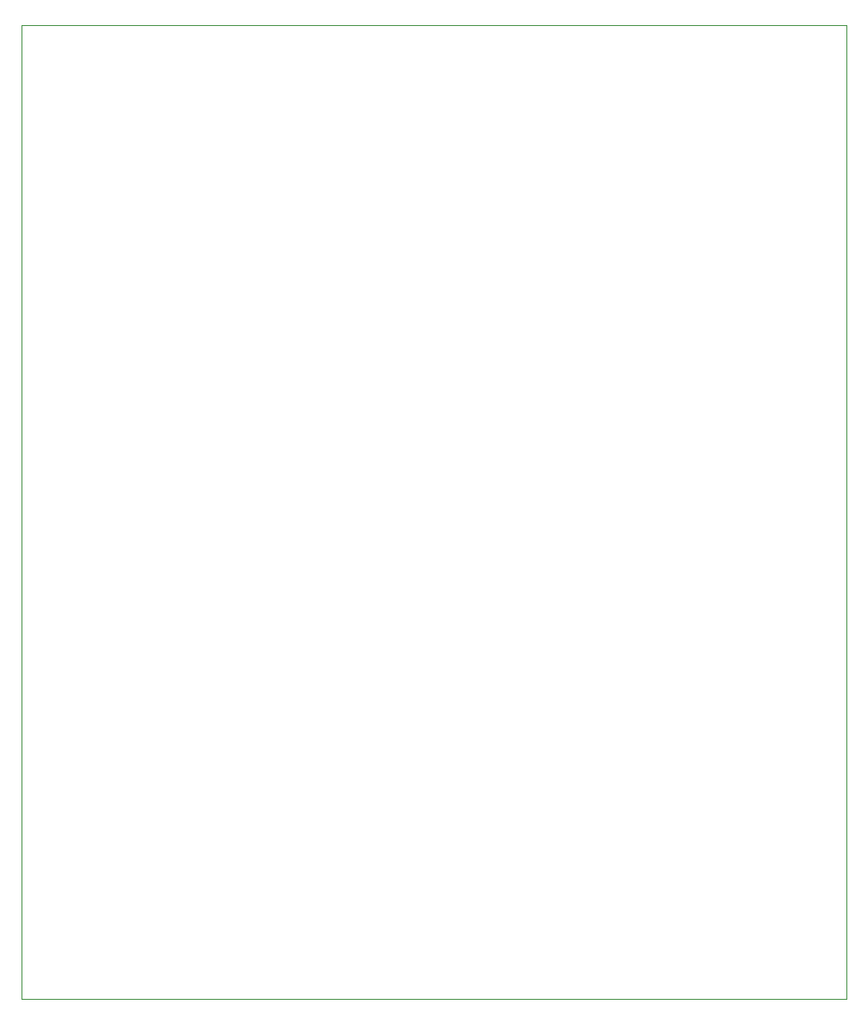
<source format=gm1>
G04 #@! TF.GenerationSoftware,KiCad,Pcbnew,7.0.8*
G04 #@! TF.CreationDate,2023-12-01T18:56:09+08:00*
G04 #@! TF.ProjectId,ESPCARproject,45535043-4152-4707-926f-6a6563742e6b,rev?*
G04 #@! TF.SameCoordinates,Original*
G04 #@! TF.FileFunction,Profile,NP*
%FSLAX46Y46*%
G04 Gerber Fmt 4.6, Leading zero omitted, Abs format (unit mm)*
G04 Created by KiCad (PCBNEW 7.0.8) date 2023-12-01 18:56:09*
%MOMM*%
%LPD*%
G01*
G04 APERTURE LIST*
G04 #@! TA.AperFunction,Profile*
%ADD10C,0.100000*%
G04 #@! TD*
G04 APERTURE END LIST*
D10*
X108520000Y-48377500D02*
X186490000Y-48377500D01*
X186490000Y-140347500D01*
X108520000Y-140347500D01*
X108520000Y-48377500D01*
M02*

</source>
